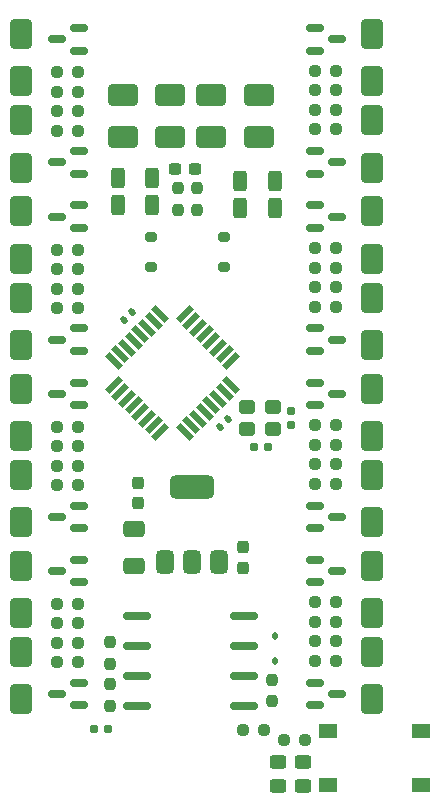
<source format=gbr>
%TF.GenerationSoftware,KiCad,Pcbnew,8.0.2*%
%TF.CreationDate,2024-12-14T22:54:12+01:00*%
%TF.ProjectId,solenoidDecoder,736f6c65-6e6f-4696-9444-65636f646572,rev?*%
%TF.SameCoordinates,Original*%
%TF.FileFunction,Paste,Top*%
%TF.FilePolarity,Positive*%
%FSLAX46Y46*%
G04 Gerber Fmt 4.6, Leading zero omitted, Abs format (unit mm)*
G04 Created by KiCad (PCBNEW 8.0.2) date 2024-12-14 22:54:12*
%MOMM*%
%LPD*%
G01*
G04 APERTURE LIST*
G04 Aperture macros list*
%AMRoundRect*
0 Rectangle with rounded corners*
0 $1 Rounding radius*
0 $2 $3 $4 $5 $6 $7 $8 $9 X,Y pos of 4 corners*
0 Add a 4 corners polygon primitive as box body*
4,1,4,$2,$3,$4,$5,$6,$7,$8,$9,$2,$3,0*
0 Add four circle primitives for the rounded corners*
1,1,$1+$1,$2,$3*
1,1,$1+$1,$4,$5*
1,1,$1+$1,$6,$7*
1,1,$1+$1,$8,$9*
0 Add four rect primitives between the rounded corners*
20,1,$1+$1,$2,$3,$4,$5,0*
20,1,$1+$1,$4,$5,$6,$7,0*
20,1,$1+$1,$6,$7,$8,$9,0*
20,1,$1+$1,$8,$9,$2,$3,0*%
%AMRotRect*
0 Rectangle, with rotation*
0 The origin of the aperture is its center*
0 $1 length*
0 $2 width*
0 $3 Rotation angle, in degrees counterclockwise*
0 Add horizontal line*
21,1,$1,$2,0,0,$3*%
G04 Aperture macros list end*
%ADD10RoundRect,0.250000X0.450000X-0.325000X0.450000X0.325000X-0.450000X0.325000X-0.450000X-0.325000X0*%
%ADD11RoundRect,0.250000X0.312500X0.625000X-0.312500X0.625000X-0.312500X-0.625000X0.312500X-0.625000X0*%
%ADD12RoundRect,0.237500X-0.250000X-0.237500X0.250000X-0.237500X0.250000X0.237500X-0.250000X0.237500X0*%
%ADD13RoundRect,0.237500X0.250000X0.237500X-0.250000X0.237500X-0.250000X-0.237500X0.250000X-0.237500X0*%
%ADD14RoundRect,0.250000X0.650000X-1.000000X0.650000X1.000000X-0.650000X1.000000X-0.650000X-1.000000X0*%
%ADD15RoundRect,0.250000X-1.000000X-0.650000X1.000000X-0.650000X1.000000X0.650000X-1.000000X0.650000X0*%
%ADD16RoundRect,0.150000X-0.587500X-0.150000X0.587500X-0.150000X0.587500X0.150000X-0.587500X0.150000X0*%
%ADD17RoundRect,0.300000X-0.400000X-0.300000X0.400000X-0.300000X0.400000X0.300000X-0.400000X0.300000X0*%
%ADD18RoundRect,0.237500X-0.237500X0.250000X-0.237500X-0.250000X0.237500X-0.250000X0.237500X0.250000X0*%
%ADD19RoundRect,0.150000X0.587500X0.150000X-0.587500X0.150000X-0.587500X-0.150000X0.587500X-0.150000X0*%
%ADD20RoundRect,0.237500X0.237500X-0.250000X0.237500X0.250000X-0.237500X0.250000X-0.237500X-0.250000X0*%
%ADD21RoundRect,0.250000X-0.650000X1.000000X-0.650000X-1.000000X0.650000X-1.000000X0.650000X1.000000X0*%
%ADD22RoundRect,0.250000X-0.312500X-0.625000X0.312500X-0.625000X0.312500X0.625000X-0.312500X0.625000X0*%
%ADD23RoundRect,0.140000X-0.021213X0.219203X-0.219203X0.021213X0.021213X-0.219203X0.219203X-0.021213X0*%
%ADD24RotRect,1.600000X0.550000X135.000000*%
%ADD25RotRect,1.600000X0.550000X225.000000*%
%ADD26RoundRect,0.250000X0.650000X-0.412500X0.650000X0.412500X-0.650000X0.412500X-0.650000X-0.412500X0*%
%ADD27RoundRect,0.250000X1.000000X0.650000X-1.000000X0.650000X-1.000000X-0.650000X1.000000X-0.650000X0*%
%ADD28RoundRect,0.160000X0.197500X0.160000X-0.197500X0.160000X-0.197500X-0.160000X0.197500X-0.160000X0*%
%ADD29RoundRect,0.237500X-0.300000X-0.237500X0.300000X-0.237500X0.300000X0.237500X-0.300000X0.237500X0*%
%ADD30RoundRect,0.155000X0.155000X-0.212500X0.155000X0.212500X-0.155000X0.212500X-0.155000X-0.212500X0*%
%ADD31RoundRect,0.375000X0.375000X-0.625000X0.375000X0.625000X-0.375000X0.625000X-0.375000X-0.625000X0*%
%ADD32RoundRect,0.500000X1.400000X-0.500000X1.400000X0.500000X-1.400000X0.500000X-1.400000X-0.500000X0*%
%ADD33RoundRect,0.237500X0.237500X-0.300000X0.237500X0.300000X-0.237500X0.300000X-0.237500X-0.300000X0*%
%ADD34RoundRect,0.155000X0.212500X0.155000X-0.212500X0.155000X-0.212500X-0.155000X0.212500X-0.155000X0*%
%ADD35RoundRect,0.237500X-0.237500X0.300000X-0.237500X-0.300000X0.237500X-0.300000X0.237500X0.300000X0*%
%ADD36RoundRect,0.162500X1.012500X0.162500X-1.012500X0.162500X-1.012500X-0.162500X1.012500X-0.162500X0*%
%ADD37RoundRect,0.200000X0.300000X0.200000X-0.300000X0.200000X-0.300000X-0.200000X0.300000X-0.200000X0*%
%ADD38R,1.550000X1.300000*%
%ADD39RoundRect,0.112500X0.112500X-0.187500X0.112500X0.187500X-0.112500X0.187500X-0.112500X-0.187500X0*%
G04 APERTURE END LIST*
D10*
%TO.C,D4*%
X66839714Y-100994808D03*
X66839714Y-103044808D03*
%TD*%
D11*
%TO.C,R103*%
X66557305Y-54134103D03*
X63632305Y-54134103D03*
%TD*%
D12*
%TO.C,R22*%
X69966305Y-59167103D03*
X71791305Y-59167103D03*
%TD*%
D13*
%TO.C,R71*%
X49951305Y-59294103D03*
X48126305Y-59294103D03*
%TD*%
D12*
%TO.C,R41*%
X69966305Y-90818103D03*
X71791305Y-90818103D03*
%TD*%
D14*
%TO.C,D81*%
X45101805Y-43405103D03*
X45101805Y-39405103D03*
%TD*%
D15*
%TO.C,D501*%
X53700305Y-48072603D03*
X57700305Y-48072603D03*
%TD*%
D16*
%TO.C,Q42*%
X69941305Y-83899103D03*
X69941305Y-85799103D03*
X71816305Y-84849103D03*
%TD*%
D17*
%TO.C,Y1*%
X64187305Y-72864103D03*
X66387305Y-72864103D03*
X66387305Y-70964103D03*
X64187305Y-70964103D03*
%TD*%
D16*
%TO.C,Q21*%
X69941305Y-64313103D03*
X69941305Y-66213103D03*
X71816305Y-65263103D03*
%TD*%
D13*
%TO.C,R81*%
X49951305Y-44294103D03*
X48126305Y-44294103D03*
%TD*%
D12*
%TO.C,R21*%
X69966305Y-60818103D03*
X71791305Y-60818103D03*
%TD*%
D14*
%TO.C,D61*%
X45101805Y-73405103D03*
X45101805Y-69405103D03*
%TD*%
D11*
%TO.C,R104*%
X66557305Y-51848103D03*
X63632305Y-51848103D03*
%TD*%
D18*
%TO.C,R501*%
X58348305Y-52451603D03*
X58348305Y-54276603D03*
%TD*%
D19*
%TO.C,Q71*%
X49976305Y-55799103D03*
X49976305Y-53899103D03*
X48101305Y-54849103D03*
%TD*%
D20*
%TO.C,R3*%
X52611305Y-96276603D03*
X52611305Y-94451603D03*
%TD*%
D21*
%TO.C,D31*%
X74815805Y-76707103D03*
X74815805Y-80707103D03*
%TD*%
D13*
%TO.C,R63*%
X49951305Y-72643103D03*
X48126305Y-72643103D03*
%TD*%
D12*
%TO.C,R42*%
X69966305Y-89167103D03*
X71791305Y-89167103D03*
%TD*%
D14*
%TO.C,D22*%
X74815805Y-58405103D03*
X74815805Y-54405103D03*
%TD*%
D21*
%TO.C,D82*%
X45101805Y-46707103D03*
X45101805Y-50707103D03*
%TD*%
D12*
%TO.C,R11*%
X69966305Y-45818103D03*
X71791305Y-45818103D03*
%TD*%
D22*
%TO.C,R101*%
X53283805Y-51586103D03*
X56208805Y-51586103D03*
%TD*%
D21*
%TO.C,D11*%
X74815805Y-46707103D03*
X74815805Y-50707103D03*
%TD*%
D20*
%TO.C,R5*%
X66348714Y-95895603D03*
X66348714Y-94070603D03*
%TD*%
%TO.C,R4*%
X52611305Y-92720603D03*
X52611305Y-90895603D03*
%TD*%
D21*
%TO.C,D72*%
X45101805Y-61707103D03*
X45101805Y-65707103D03*
%TD*%
D15*
%TO.C,D503*%
X61200305Y-44572603D03*
X65200305Y-44572603D03*
%TD*%
D12*
%TO.C,R24*%
X69966305Y-57516103D03*
X71791305Y-57516103D03*
%TD*%
D14*
%TO.C,D51*%
X45101805Y-88405103D03*
X45101805Y-84405103D03*
%TD*%
D13*
%TO.C,R83*%
X49951305Y-42643103D03*
X48126305Y-42643103D03*
%TD*%
D16*
%TO.C,Q41*%
X69941305Y-94313103D03*
X69941305Y-96213103D03*
X71816305Y-95263103D03*
%TD*%
D19*
%TO.C,Q81*%
X49976305Y-40799103D03*
X49976305Y-38899103D03*
X48101305Y-39849103D03*
%TD*%
D12*
%TO.C,R14*%
X69966305Y-42516103D03*
X71791305Y-42516103D03*
%TD*%
D23*
%TO.C,C101*%
X54450716Y-62938692D03*
X53771894Y-63617514D03*
%TD*%
D13*
%TO.C,R53*%
X49951305Y-87643103D03*
X48126305Y-87643103D03*
%TD*%
D24*
%TO.C,U1*%
X58946610Y-73089206D03*
X59512295Y-72523520D03*
X60077981Y-71957835D03*
X60643666Y-71392150D03*
X61209352Y-70826464D03*
X61775037Y-70260779D03*
X62340722Y-69695093D03*
X62906408Y-69129408D03*
D25*
X62906408Y-67078798D03*
X62340722Y-66513113D03*
X61775037Y-65947427D03*
X61209352Y-65381742D03*
X60643666Y-64816056D03*
X60077981Y-64250371D03*
X59512295Y-63684686D03*
X58946610Y-63119000D03*
D24*
X56896000Y-63119000D03*
X56330315Y-63684686D03*
X55764629Y-64250371D03*
X55198944Y-64816056D03*
X54633258Y-65381742D03*
X54067573Y-65947427D03*
X53501888Y-66513113D03*
X52936202Y-67078798D03*
D25*
X52936202Y-69129408D03*
X53501888Y-69695093D03*
X54067573Y-70260779D03*
X54633258Y-70826464D03*
X55198944Y-71392150D03*
X55764629Y-71957835D03*
X56330315Y-72523520D03*
X56896000Y-73089206D03*
%TD*%
D21*
%TO.C,D41*%
X74815805Y-91707103D03*
X74815805Y-95707103D03*
%TD*%
D12*
%TO.C,R43*%
X69966305Y-92469103D03*
X71791305Y-92469103D03*
%TD*%
%TO.C,R13*%
X69966305Y-47469103D03*
X71791305Y-47469103D03*
%TD*%
%TO.C,R32*%
X69966305Y-74167103D03*
X71791305Y-74167103D03*
%TD*%
D26*
%TO.C,C303*%
X54619305Y-84398603D03*
X54619305Y-81273603D03*
%TD*%
D12*
%TO.C,R6*%
X63873214Y-98322103D03*
X65698214Y-98322103D03*
%TD*%
%TO.C,R23*%
X69966305Y-62469103D03*
X71791305Y-62469103D03*
%TD*%
D13*
%TO.C,R52*%
X49951305Y-90945103D03*
X48126305Y-90945103D03*
%TD*%
D27*
%TO.C,D504*%
X57700305Y-44572603D03*
X53700305Y-44572603D03*
%TD*%
D13*
%TO.C,R74*%
X49951305Y-62596103D03*
X48126305Y-62596103D03*
%TD*%
D12*
%TO.C,R44*%
X69966305Y-87516103D03*
X71791305Y-87516103D03*
%TD*%
D13*
%TO.C,R84*%
X49951305Y-47596103D03*
X48126305Y-47596103D03*
%TD*%
%TO.C,R54*%
X49951305Y-92596103D03*
X48126305Y-92596103D03*
%TD*%
%TO.C,R64*%
X49951305Y-77596103D03*
X48126305Y-77596103D03*
%TD*%
D19*
%TO.C,Q61*%
X49976305Y-70799103D03*
X49976305Y-68899103D03*
X48101305Y-69849103D03*
%TD*%
D28*
%TO.C,R2*%
X52438805Y-98195103D03*
X51243805Y-98195103D03*
%TD*%
D29*
%TO.C,C501*%
X58090805Y-50824103D03*
X59815805Y-50824103D03*
%TD*%
D22*
%TO.C,R102*%
X53283805Y-53872103D03*
X56208805Y-53872103D03*
%TD*%
D19*
%TO.C,Q72*%
X49976305Y-66213103D03*
X49976305Y-64313103D03*
X48101305Y-65263103D03*
%TD*%
%TO.C,Q52*%
X49976305Y-96213103D03*
X49976305Y-94313103D03*
X48101305Y-95263103D03*
%TD*%
D16*
%TO.C,Q11*%
X69941305Y-49313103D03*
X69941305Y-51213103D03*
X71816305Y-50263103D03*
%TD*%
D21*
%TO.C,D62*%
X45101805Y-76707103D03*
X45101805Y-80707103D03*
%TD*%
D13*
%TO.C,R82*%
X49951305Y-45945103D03*
X48126305Y-45945103D03*
%TD*%
D12*
%TO.C,R1*%
X69164805Y-99131103D03*
X67339805Y-99131103D03*
%TD*%
D13*
%TO.C,R62*%
X49951305Y-75945103D03*
X48126305Y-75945103D03*
%TD*%
D16*
%TO.C,Q12*%
X69941305Y-38899103D03*
X69941305Y-40799103D03*
X71816305Y-39849103D03*
%TD*%
D14*
%TO.C,D32*%
X74815805Y-73405103D03*
X74815805Y-69405103D03*
%TD*%
D13*
%TO.C,R72*%
X49951305Y-60945103D03*
X48126305Y-60945103D03*
%TD*%
D19*
%TO.C,Q51*%
X49976305Y-85799103D03*
X49976305Y-83899103D03*
X48101305Y-84849103D03*
%TD*%
D21*
%TO.C,D21*%
X74815805Y-61707103D03*
X74815805Y-65707103D03*
%TD*%
D20*
%TO.C,R502*%
X59969305Y-54276603D03*
X59969305Y-52451603D03*
%TD*%
D19*
%TO.C,Q82*%
X49976305Y-51213103D03*
X49976305Y-49313103D03*
X48101305Y-50263103D03*
%TD*%
D13*
%TO.C,R51*%
X49951305Y-89294103D03*
X48126305Y-89294103D03*
%TD*%
D12*
%TO.C,R34*%
X69966305Y-72516103D03*
X71791305Y-72516103D03*
%TD*%
D30*
%TO.C,C2*%
X67954305Y-72481603D03*
X67954305Y-71346603D03*
%TD*%
D19*
%TO.C,Q62*%
X49976305Y-81213103D03*
X49976305Y-79313103D03*
X48101305Y-80263103D03*
%TD*%
D31*
%TO.C,U301*%
X57272305Y-84081103D03*
X59572305Y-84081103D03*
D32*
X59572305Y-77781103D03*
D31*
X61872305Y-84081103D03*
%TD*%
D16*
%TO.C,Q32*%
X69941305Y-68899103D03*
X69941305Y-70799103D03*
X71816305Y-69849103D03*
%TD*%
D12*
%TO.C,R12*%
X69966305Y-44167103D03*
X71791305Y-44167103D03*
%TD*%
D33*
%TO.C,C301*%
X63890305Y-84587603D03*
X63890305Y-82862603D03*
%TD*%
D21*
%TO.C,D52*%
X45101805Y-91707103D03*
X45101805Y-95707103D03*
%TD*%
D10*
%TO.C,D2*%
X68998714Y-100994808D03*
X68998714Y-103044808D03*
%TD*%
D14*
%TO.C,D71*%
X45101805Y-58405103D03*
X45101805Y-54405103D03*
%TD*%
D34*
%TO.C,C1*%
X65981805Y-74327103D03*
X64846805Y-74327103D03*
%TD*%
D35*
%TO.C,C302*%
X55000305Y-77401603D03*
X55000305Y-79126603D03*
%TD*%
D14*
%TO.C,D12*%
X74815805Y-43405103D03*
X74815805Y-39405103D03*
%TD*%
D36*
%TO.C,U3*%
X63970305Y-96298103D03*
X63970305Y-93758103D03*
X63970305Y-91218103D03*
X63970305Y-88678103D03*
X54920305Y-88678103D03*
X54920305Y-91218103D03*
X54920305Y-93758103D03*
X54920305Y-96298103D03*
%TD*%
D37*
%TO.C,D301*%
X62282305Y-59079103D03*
X62282305Y-56539103D03*
X56132305Y-56539103D03*
X56132305Y-59079103D03*
%TD*%
D16*
%TO.C,Q22*%
X69941305Y-53899103D03*
X69941305Y-55799103D03*
X71816305Y-54849103D03*
%TD*%
D23*
%TO.C,C3*%
X62578716Y-71955692D03*
X61899894Y-72634514D03*
%TD*%
D13*
%TO.C,R61*%
X49951305Y-74294103D03*
X48126305Y-74294103D03*
%TD*%
D38*
%TO.C,SW1*%
X78996305Y-102941103D03*
X71046305Y-102941103D03*
X78996305Y-98441103D03*
X71046305Y-98441103D03*
%TD*%
D39*
%TO.C,D1*%
X66581305Y-92477103D03*
X66581305Y-90377103D03*
%TD*%
D13*
%TO.C,R73*%
X49951305Y-57643103D03*
X48126305Y-57643103D03*
%TD*%
D12*
%TO.C,R31*%
X69966305Y-75818103D03*
X71791305Y-75818103D03*
%TD*%
D27*
%TO.C,D502*%
X65200305Y-48072603D03*
X61200305Y-48072603D03*
%TD*%
D14*
%TO.C,D42*%
X74815805Y-88405103D03*
X74815805Y-84405103D03*
%TD*%
D12*
%TO.C,R33*%
X69966305Y-77469103D03*
X71791305Y-77469103D03*
%TD*%
D16*
%TO.C,Q31*%
X69941305Y-79313103D03*
X69941305Y-81213103D03*
X71816305Y-80263103D03*
%TD*%
M02*

</source>
